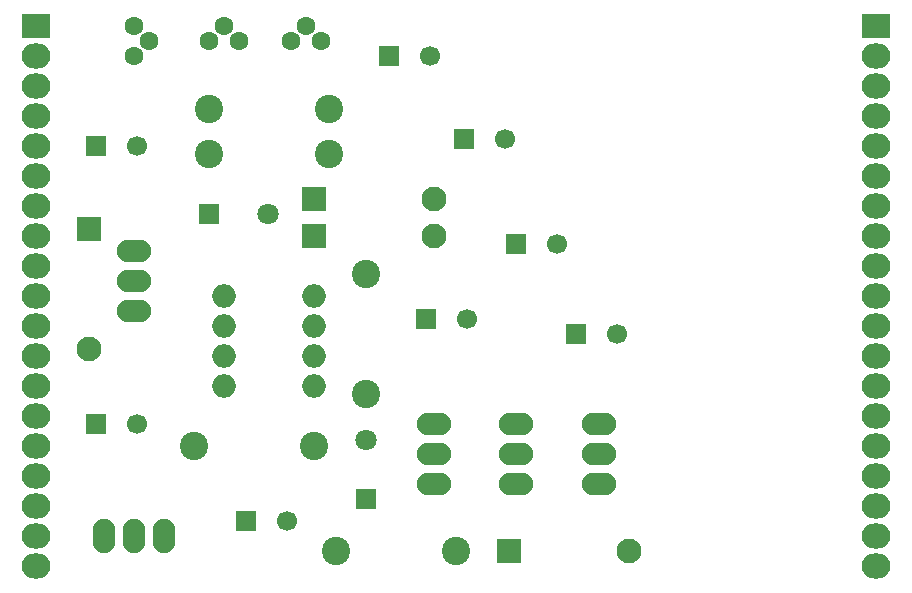
<source format=gbr>
G04 #@! TF.FileFunction,Soldermask,Bot*
%FSLAX46Y46*%
G04 Gerber Fmt 4.6, Leading zero omitted, Abs format (unit mm)*
G04 Created by KiCad (PCBNEW 4.0.3+e1-6302~38~ubuntu16.04.1-stable) date Thu Aug 25 17:21:45 2016*
%MOMM*%
%LPD*%
G01*
G04 APERTURE LIST*
%ADD10C,0.100000*%
%ADD11R,1.800000X1.800000*%
%ADD12C,1.800000*%
%ADD13C,1.700000*%
%ADD14R,1.700000X1.700000*%
%ADD15C,2.099260*%
%ADD16R,2.099260X2.099260*%
%ADD17C,1.600000*%
%ADD18C,2.398980*%
%ADD19O,2.000000X2.000000*%
%ADD20O,2.899360X1.901140*%
%ADD21O,1.901140X2.899360*%
%ADD22R,2.432000X2.127200*%
%ADD23O,2.432000X2.127200*%
G04 APERTURE END LIST*
D10*
D11*
X60960000Y-84455000D03*
D12*
X60960000Y-79455000D03*
D11*
X47625000Y-60325000D03*
D12*
X52625000Y-60325000D03*
D13*
X41600000Y-54610000D03*
D14*
X38100000Y-54610000D03*
D13*
X41600000Y-78105000D03*
D14*
X38100000Y-78105000D03*
D13*
X54300000Y-86360000D03*
D14*
X50800000Y-86360000D03*
D13*
X69540000Y-69215000D03*
D14*
X66040000Y-69215000D03*
D13*
X66365000Y-46990000D03*
D14*
X62865000Y-46990000D03*
D13*
X72715000Y-53975000D03*
D14*
X69215000Y-53975000D03*
D13*
X77160000Y-62865000D03*
D14*
X73660000Y-62865000D03*
D13*
X82240000Y-70485000D03*
D14*
X78740000Y-70485000D03*
D15*
X37467540Y-71755520D03*
D16*
X37467540Y-61595520D03*
D15*
X83185520Y-88897460D03*
D16*
X73025520Y-88897460D03*
D15*
X66675520Y-59052460D03*
D16*
X56515520Y-59052460D03*
D15*
X66675520Y-62227460D03*
D16*
X56515520Y-62227460D03*
D17*
X41275000Y-46990000D03*
X42545000Y-45720000D03*
X41275000Y-44450000D03*
X50165000Y-45720000D03*
X48895000Y-44450000D03*
X47625000Y-45720000D03*
X57150000Y-45720000D03*
X55880000Y-44450000D03*
X54610000Y-45720000D03*
D18*
X60960000Y-75565000D03*
X60960000Y-65405000D03*
X58420000Y-88900000D03*
X68580000Y-88900000D03*
X47625000Y-55245000D03*
X57785000Y-55245000D03*
X47625000Y-51435000D03*
X57785000Y-51435000D03*
X46355000Y-80010000D03*
X56515000Y-80010000D03*
D19*
X48895000Y-67310000D03*
X48895000Y-69850000D03*
X48895000Y-72390000D03*
X48895000Y-74930000D03*
X56515000Y-74930000D03*
X56515000Y-72390000D03*
X56515000Y-69850000D03*
X56515000Y-67310000D03*
D20*
X41275000Y-66040000D03*
X41275000Y-63500000D03*
X41275000Y-68580000D03*
D21*
X41275000Y-87630000D03*
X38735000Y-87630000D03*
X43815000Y-87630000D03*
D20*
X66675000Y-80645000D03*
X66675000Y-78105000D03*
X66675000Y-83185000D03*
X80645000Y-80645000D03*
X80645000Y-78105000D03*
X80645000Y-83185000D03*
X73660000Y-80645000D03*
X73660000Y-78105000D03*
X73660000Y-83185000D03*
D22*
X104140000Y-44450000D03*
D23*
X104140000Y-46990000D03*
X104140000Y-49530000D03*
X104140000Y-52070000D03*
X104140000Y-54610000D03*
X104140000Y-57150000D03*
X104140000Y-59690000D03*
X104140000Y-62230000D03*
X104140000Y-64770000D03*
X104140000Y-67310000D03*
X104140000Y-69850000D03*
X104140000Y-72390000D03*
X104140000Y-74930000D03*
X104140000Y-77470000D03*
X104140000Y-80010000D03*
X104140000Y-82550000D03*
X104140000Y-85090000D03*
X104140000Y-87630000D03*
X104140000Y-90170000D03*
D22*
X33020000Y-44450000D03*
D23*
X33020000Y-46990000D03*
X33020000Y-49530000D03*
X33020000Y-52070000D03*
X33020000Y-54610000D03*
X33020000Y-57150000D03*
X33020000Y-59690000D03*
X33020000Y-62230000D03*
X33020000Y-64770000D03*
X33020000Y-67310000D03*
X33020000Y-69850000D03*
X33020000Y-72390000D03*
X33020000Y-74930000D03*
X33020000Y-77470000D03*
X33020000Y-80010000D03*
X33020000Y-82550000D03*
X33020000Y-85090000D03*
X33020000Y-87630000D03*
X33020000Y-90170000D03*
M02*

</source>
